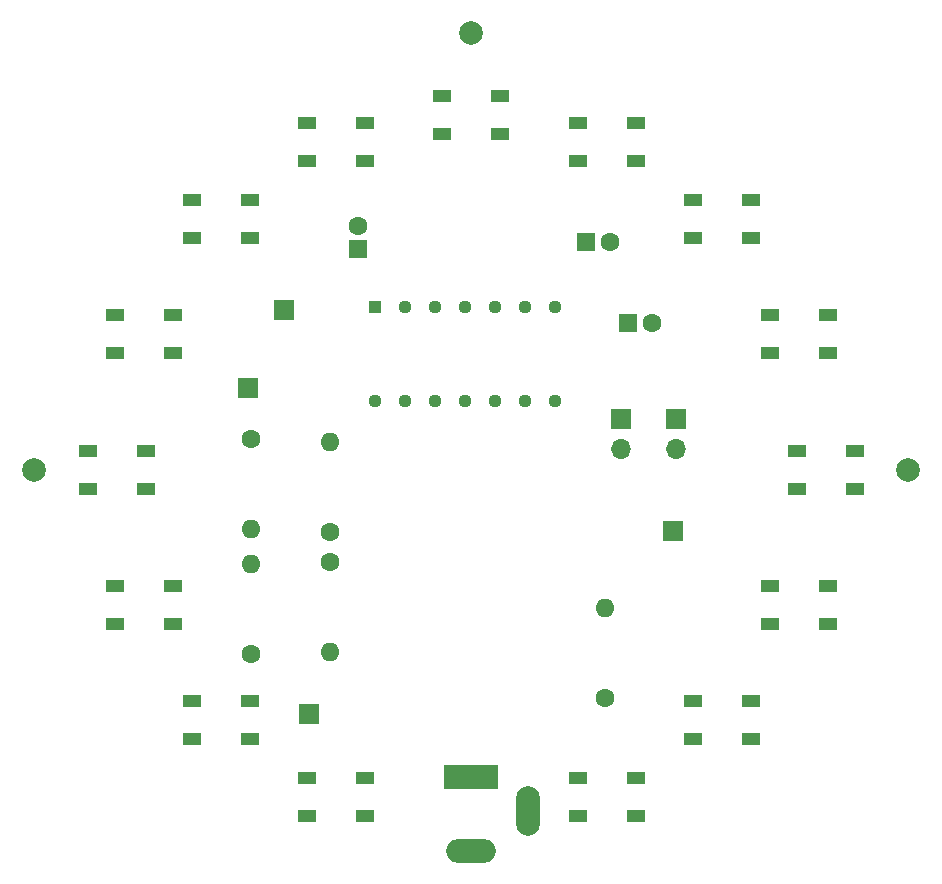
<source format=gbr>
%TF.GenerationSoftware,KiCad,Pcbnew,(6.0.5)*%
%TF.CreationDate,2022-11-18T19:29:44+05:30*%
%TF.ProjectId,Ball Lamp,42616c6c-204c-4616-9d70-2e6b69636164,rev?*%
%TF.SameCoordinates,Original*%
%TF.FileFunction,Soldermask,Top*%
%TF.FilePolarity,Negative*%
%FSLAX46Y46*%
G04 Gerber Fmt 4.6, Leading zero omitted, Abs format (unit mm)*
G04 Created by KiCad (PCBNEW (6.0.5)) date 2022-11-18 19:29:44*
%MOMM*%
%LPD*%
G01*
G04 APERTURE LIST*
%ADD10R,1.600000X1.600000*%
%ADD11C,1.600000*%
%ADD12R,1.700000X1.700000*%
%ADD13R,1.500000X1.000000*%
%ADD14O,1.600000X1.600000*%
%ADD15C,2.000000*%
%ADD16O,1.700000X1.700000*%
%ADD17R,4.600000X2.000000*%
%ADD18O,4.200000X2.000000*%
%ADD19O,2.000000X4.200000*%
%ADD20R,1.130000X1.130000*%
%ADD21C,1.130000*%
G04 APERTURE END LIST*
D10*
%TO.C,C2*%
X13310000Y12420000D03*
D11*
X15310000Y12420000D03*
%TD*%
D12*
%TO.C,J5*%
X-13700000Y-20680000D03*
%TD*%
D13*
%TO.C,D3*%
X23663200Y-22813200D03*
X23663200Y-19613200D03*
X18763200Y-19613200D03*
X18763200Y-22813200D03*
%TD*%
%TO.C,D13*%
X13930500Y26116400D03*
X13930500Y29316400D03*
X9030500Y29316400D03*
X9030500Y26116400D03*
%TD*%
%TO.C,D6*%
X-18763200Y-22813200D03*
X-18763200Y-19613200D03*
X-23663200Y-19613200D03*
X-23663200Y-22813200D03*
%TD*%
D11*
%TO.C,R3*%
X-18620000Y2630000D03*
D14*
X-18620000Y-4990000D03*
%TD*%
D11*
%TO.C,R5*%
X-11980000Y-7840000D03*
D14*
X-11980000Y-15460000D03*
%TD*%
D11*
%TO.C,R2*%
X-11970000Y-5270000D03*
D14*
X-11970000Y2350000D03*
%TD*%
D13*
%TO.C,D2*%
X30166400Y-13080500D03*
X30166400Y-9880500D03*
X25266400Y-9880500D03*
X25266400Y-13080500D03*
%TD*%
D15*
%TO.C,REF\u002A\u002A*%
X-37000000Y0D03*
%TD*%
%TO.C,REF\u002A\u002A*%
X0Y37000000D03*
%TD*%
D13*
%TO.C,D10*%
X-18763200Y19613200D03*
X-18763200Y22813200D03*
X-23663200Y22813200D03*
X-23663200Y19613200D03*
%TD*%
D11*
%TO.C,R4*%
X-18630000Y-15590000D03*
D14*
X-18630000Y-7970000D03*
%TD*%
D13*
%TO.C,D14*%
X23682000Y19613200D03*
X23682000Y22813200D03*
X18782000Y22813200D03*
X18782000Y19613200D03*
%TD*%
D15*
%TO.C,REF\u002A\u002A*%
X37000000Y0D03*
%TD*%
D13*
%TO.C,D1*%
X32450000Y-1600000D03*
X32450000Y1600000D03*
X27550000Y1600000D03*
X27550000Y-1600000D03*
%TD*%
D12*
%TO.C,J9*%
X17350000Y4290000D03*
D16*
X17350000Y1750000D03*
%TD*%
D10*
%TO.C,C1*%
X9704888Y19260000D03*
D11*
X11704888Y19260000D03*
%TD*%
D13*
%TO.C,D8*%
X-27550000Y-1600000D03*
X-27550000Y1600000D03*
X-32450000Y1600000D03*
X-32450000Y-1600000D03*
%TD*%
%TO.C,D9*%
X-25266400Y9880500D03*
X-25266400Y13080500D03*
X-30166400Y13080500D03*
X-30166400Y9880500D03*
%TD*%
%TO.C,D5*%
X-9030500Y-29316400D03*
X-9030500Y-26116400D03*
X-13930500Y-26116400D03*
X-13930500Y-29316400D03*
%TD*%
D12*
%TO.C,J7*%
X-15820000Y13540000D03*
%TD*%
%TO.C,J3*%
X17060000Y-5160000D03*
%TD*%
%TO.C,J6*%
X12700000Y4290000D03*
D16*
X12700000Y1750000D03*
%TD*%
D12*
%TO.C,J4*%
X-18880000Y6890000D03*
%TD*%
D13*
%TO.C,D7*%
X-25266400Y-13080500D03*
X-25266400Y-9880500D03*
X-30166400Y-9880500D03*
X-30166400Y-13080500D03*
%TD*%
%TO.C,D11*%
X-9030500Y26116400D03*
X-9030500Y29316400D03*
X-13930500Y29316400D03*
X-13930500Y26116400D03*
%TD*%
%TO.C,D15*%
X30166400Y9880500D03*
X30166400Y13080500D03*
X25266400Y13080500D03*
X25266400Y9880500D03*
%TD*%
%TO.C,D12*%
X2450000Y28400000D03*
X2450000Y31600000D03*
X-2450000Y31600000D03*
X-2450000Y28400000D03*
%TD*%
D10*
%TO.C,C3*%
X-9590000Y18654888D03*
D11*
X-9590000Y20654888D03*
%TD*%
%TO.C,R1*%
X11360000Y-19360000D03*
D14*
X11360000Y-11740000D03*
%TD*%
D17*
%TO.C,J1*%
X0Y-26000000D03*
D18*
X0Y-32300000D03*
D19*
X4800000Y-28900000D03*
%TD*%
D13*
%TO.C,D4*%
X13930500Y-29316400D03*
X13930500Y-26116400D03*
X9030500Y-26116400D03*
X9030500Y-29316400D03*
%TD*%
D20*
%TO.C,IC1*%
X-8110000Y13740000D03*
D21*
X-5570000Y13740000D03*
X-3030000Y13740000D03*
X-490000Y13740000D03*
X2050000Y13740000D03*
X4590000Y13740000D03*
X7130000Y13740000D03*
X7130000Y5800000D03*
X4590000Y5800000D03*
X2050000Y5800000D03*
X-490000Y5800000D03*
X-3030000Y5800000D03*
X-5570000Y5800000D03*
X-8110000Y5800000D03*
%TD*%
M02*

</source>
